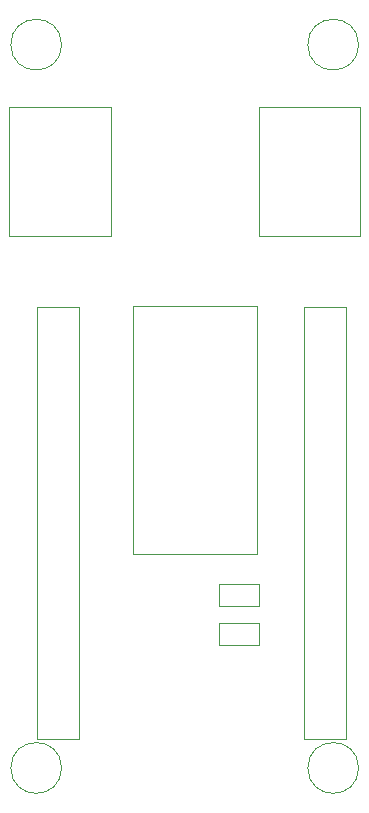
<source format=gbr>
%TF.GenerationSoftware,KiCad,Pcbnew,7.0.2-0*%
%TF.CreationDate,2024-01-04T15:38:00-05:00*%
%TF.ProjectId,Turbidity_v12,54757262-6964-4697-9479-5f7631322e6b,12*%
%TF.SameCoordinates,Original*%
%TF.FileFunction,Other,User*%
%FSLAX46Y46*%
G04 Gerber Fmt 4.6, Leading zero omitted, Abs format (unit mm)*
G04 Created by KiCad (PCBNEW 7.0.2-0) date 2024-01-04 15:38:00*
%MOMM*%
%LPD*%
G01*
G04 APERTURE LIST*
%ADD10C,0.050000*%
G04 APERTURE END LIST*
D10*
%TO.C,R1*%
X150467900Y-109032000D02*
X153827900Y-109032000D01*
X150467900Y-110932000D02*
X150467900Y-109032000D01*
X153827900Y-109032000D02*
X153827900Y-110932000D01*
X153827900Y-110932000D02*
X150467900Y-110932000D01*
%TO.C,REF\u002A\u002A*%
X137151000Y-121310400D02*
G75*
G03*
X137151000Y-121310400I-2150000J0D01*
G01*
%TO.C,IC1*%
X143213000Y-82200000D02*
X153713000Y-82200000D01*
X143213000Y-103220000D02*
X143213000Y-82200000D01*
X153713000Y-82200000D02*
X153713000Y-103220000D01*
X153713000Y-103220000D02*
X143213000Y-103220000D01*
%TO.C,J4*%
X157712000Y-82274000D02*
X161262000Y-82274000D01*
X157712000Y-118874000D02*
X157712000Y-82274000D01*
X161262000Y-82274000D02*
X161262000Y-118874000D01*
X161262000Y-118874000D02*
X157712000Y-118874000D01*
%TO.C,REF\u002A\u002A*%
X162297000Y-60071000D02*
G75*
G03*
X162297000Y-60071000I-2150000J0D01*
G01*
%TO.C,J3*%
X141307600Y-65365200D02*
X132707600Y-65365200D01*
X132707600Y-65365200D02*
X132707600Y-76265200D01*
X141307600Y-76265200D02*
X141307600Y-65365200D01*
X132707600Y-76265200D02*
X141307600Y-76265200D01*
%TO.C,REF\u002A\u002A*%
X137151000Y-60071000D02*
G75*
G03*
X137151000Y-60071000I-2150000J0D01*
G01*
%TO.C,J2*%
X153840400Y-76268000D02*
X162440400Y-76268000D01*
X162440400Y-76268000D02*
X162440400Y-65368000D01*
X153840400Y-65368000D02*
X153840400Y-76268000D01*
X162440400Y-65368000D02*
X153840400Y-65368000D01*
%TO.C,R2*%
X153824100Y-107630000D02*
X150464100Y-107630000D01*
X153824100Y-105730000D02*
X153824100Y-107630000D01*
X150464100Y-107630000D02*
X150464100Y-105730000D01*
X150464100Y-105730000D02*
X153824100Y-105730000D01*
%TO.C,J5*%
X135106000Y-82274000D02*
X138656000Y-82274000D01*
X135106000Y-118874000D02*
X135106000Y-82274000D01*
X138656000Y-82274000D02*
X138656000Y-118874000D01*
X138656000Y-118874000D02*
X135106000Y-118874000D01*
%TO.C,REF\u002A\u002A*%
X162297000Y-121310400D02*
G75*
G03*
X162297000Y-121310400I-2150000J0D01*
G01*
%TD*%
M02*

</source>
